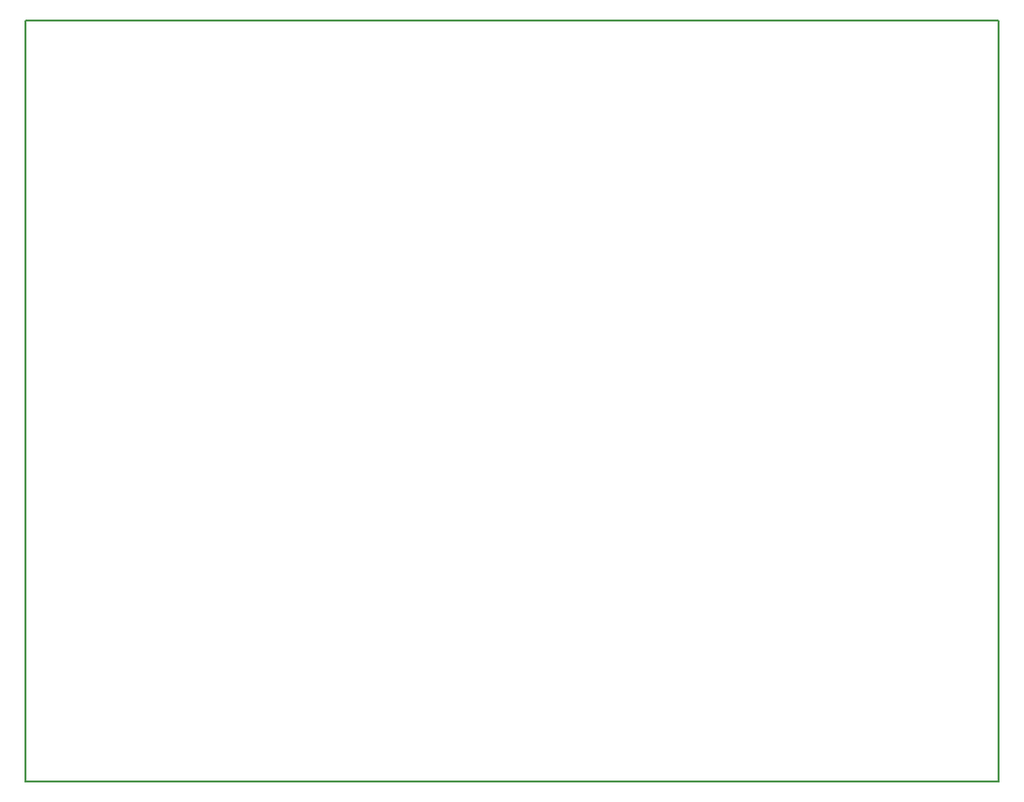
<source format=gm1>
G04 MADE WITH FRITZING*
G04 WWW.FRITZING.ORG*
G04 DOUBLE SIDED*
G04 HOLES PLATED*
G04 CONTOUR ON CENTER OF CONTOUR VECTOR*
%ASAXBY*%
%FSLAX23Y23*%
%MOIN*%
%OFA0B0*%
%SFA1.0B1.0*%
%ADD10R,3.324720X2.607460*%
%ADD11C,0.008000*%
%ADD10C,0.008*%
%LNCONTOUR*%
G90*
G70*
G54D10*
G54D11*
X4Y2603D02*
X3321Y2603D01*
X3321Y4D01*
X4Y4D01*
X4Y2603D01*
D02*
G04 End of contour*
M02*
</source>
